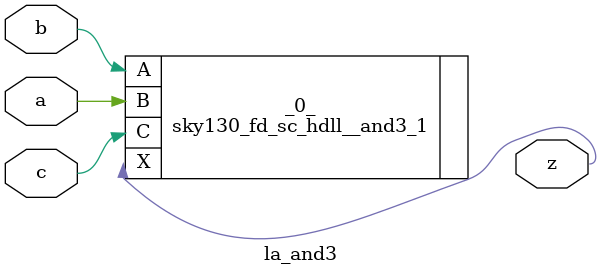
<source format=v>

/* Generated by Yosys 0.37 (git sha1 a5c7f69ed, clang 14.0.0-1ubuntu1.1 -fPIC -Os) */

module la_and3(a, b, c, z);
  input a;
  wire a;
  input b;
  wire b;
  input c;
  wire c;
  output z;
  wire z;
  sky130_fd_sc_hdll__and3_1 _0_ (
    .A(b),
    .B(a),
    .C(c),
    .X(z)
  );
endmodule

</source>
